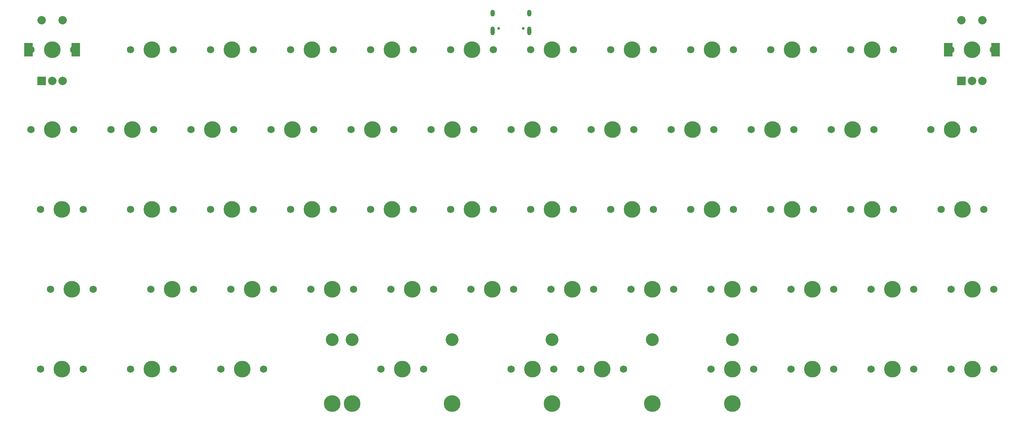
<source format=gbr>
%TF.GenerationSoftware,KiCad,Pcbnew,(6.0.7)*%
%TF.CreationDate,2022-10-09T16:51:21+02:00*%
%TF.ProjectId,the PETER keyboard,74686520-5045-4544-9552-206b6579626f,rev?*%
%TF.SameCoordinates,Original*%
%TF.FileFunction,Soldermask,Top*%
%TF.FilePolarity,Negative*%
%FSLAX46Y46*%
G04 Gerber Fmt 4.6, Leading zero omitted, Abs format (unit mm)*
G04 Created by KiCad (PCBNEW (6.0.7)) date 2022-10-09 16:51:21*
%MOMM*%
%LPD*%
G01*
G04 APERTURE LIST*
%ADD10C,1.750000*%
%ADD11C,3.987800*%
%ADD12C,3.048000*%
%ADD13R,2.000000X2.000000*%
%ADD14C,2.000000*%
%ADD15R,2.000000X3.200000*%
%ADD16C,0.650000*%
%ADD17O,1.000000X1.600000*%
%ADD18O,1.000000X2.100000*%
G04 APERTURE END LIST*
D10*
%TO.C,MX56*%
X210820000Y-132842000D03*
D11*
X215900000Y-132842000D03*
D10*
X220980000Y-132842000D03*
%TD*%
%TO.C,MX51*%
X85217000Y-132842000D03*
X75057000Y-132842000D03*
D11*
X80137000Y-132842000D03*
%TD*%
D10*
%TO.C,MX52*%
X123317000Y-132842000D03*
D11*
X106330750Y-141097000D03*
D12*
X130143250Y-125857000D03*
D11*
X130143250Y-141097000D03*
D12*
X106330750Y-125857000D03*
D10*
X113157000Y-132842000D03*
D11*
X118237000Y-132842000D03*
%TD*%
D10*
%TO.C,MX13*%
X29845000Y-75692000D03*
X40005000Y-75692000D03*
D11*
X34925000Y-75692000D03*
%TD*%
D10*
%TO.C,MX37*%
X44704000Y-113792000D03*
X34544000Y-113792000D03*
D11*
X39624000Y-113792000D03*
%TD*%
D10*
%TO.C,MX19*%
X144145000Y-75692000D03*
D11*
X149225000Y-75692000D03*
D10*
X154305000Y-75692000D03*
%TD*%
%TO.C,MX54*%
X170942000Y-132842000D03*
D11*
X177768250Y-141097000D03*
D10*
X160782000Y-132842000D03*
D12*
X177768250Y-125857000D03*
X153955750Y-125857000D03*
D11*
X165862000Y-132842000D03*
X153955750Y-141097000D03*
%TD*%
D10*
%TO.C,MX7*%
X148844000Y-56642000D03*
D11*
X153924000Y-56642000D03*
D10*
X159004000Y-56642000D03*
%TD*%
D11*
%TO.C,MX46*%
X215900000Y-113792000D03*
D10*
X220980000Y-113792000D03*
X210820000Y-113792000D03*
%TD*%
D13*
%TO.C,SW1*%
X32425000Y-64142000D03*
D14*
X37425000Y-64142000D03*
X34925000Y-64142000D03*
D15*
X29325000Y-56642000D03*
X40525000Y-56642000D03*
D14*
X37425000Y-49642000D03*
X32425000Y-49642000D03*
%TD*%
D10*
%TO.C,MX48*%
X248920000Y-113792000D03*
D11*
X254000000Y-113792000D03*
D10*
X259080000Y-113792000D03*
%TD*%
%TO.C,MX14*%
X48895000Y-75692000D03*
X59055000Y-75692000D03*
D11*
X53975000Y-75692000D03*
%TD*%
%TO.C,MX12*%
X253873000Y-56642000D03*
D10*
X258953000Y-56642000D03*
X248793000Y-56642000D03*
%TD*%
%TO.C,MX30*%
X129794000Y-94742000D03*
X139954000Y-94742000D03*
D11*
X134874000Y-94742000D03*
%TD*%
D10*
%TO.C,MX15*%
X67945000Y-75692000D03*
D11*
X73025000Y-75692000D03*
D10*
X78105000Y-75692000D03*
%TD*%
%TO.C,MX26*%
X63754000Y-94742000D03*
X53594000Y-94742000D03*
D11*
X58674000Y-94742000D03*
%TD*%
D10*
%TO.C,MX11*%
X235204000Y-56642000D03*
X225044000Y-56642000D03*
D11*
X230124000Y-56642000D03*
%TD*%
D10*
%TO.C,MX45*%
X191770000Y-113792000D03*
D11*
X196850000Y-113792000D03*
D10*
X201930000Y-113792000D03*
%TD*%
%TO.C,MX18*%
X125095000Y-75692000D03*
D11*
X130175000Y-75692000D03*
D10*
X135255000Y-75692000D03*
%TD*%
%TO.C,MX32*%
X178054000Y-94742000D03*
X167894000Y-94742000D03*
D11*
X172974000Y-94742000D03*
%TD*%
%TO.C,MX22*%
X206375000Y-75692000D03*
D10*
X201295000Y-75692000D03*
X211455000Y-75692000D03*
%TD*%
D11*
%TO.C,MX35*%
X230124000Y-94742000D03*
D10*
X235204000Y-94742000D03*
X225044000Y-94742000D03*
%TD*%
%TO.C,MX27*%
X72644000Y-94742000D03*
X82804000Y-94742000D03*
D11*
X77724000Y-94742000D03*
%TD*%
D10*
%TO.C,MX43*%
X163830000Y-113792000D03*
D11*
X158750000Y-113792000D03*
D10*
X153670000Y-113792000D03*
%TD*%
%TO.C,MX3*%
X82804000Y-56642000D03*
X72644000Y-56642000D03*
D11*
X77724000Y-56642000D03*
%TD*%
%TO.C,MX33*%
X192024000Y-94742000D03*
D10*
X186944000Y-94742000D03*
X197104000Y-94742000D03*
%TD*%
%TO.C,MX50*%
X63754000Y-132842000D03*
D11*
X58674000Y-132842000D03*
D10*
X53594000Y-132842000D03*
%TD*%
%TO.C,MX47*%
X229870000Y-113792000D03*
D11*
X234950000Y-113792000D03*
D10*
X240030000Y-113792000D03*
%TD*%
%TO.C,MX28*%
X91694000Y-94742000D03*
D11*
X96774000Y-94742000D03*
D10*
X101854000Y-94742000D03*
%TD*%
%TO.C,MX6*%
X129794000Y-56642000D03*
D11*
X134874000Y-56642000D03*
D10*
X139954000Y-56642000D03*
%TD*%
%TO.C,MX49*%
X42291000Y-132842000D03*
D11*
X37211000Y-132842000D03*
D10*
X32131000Y-132842000D03*
%TD*%
%TO.C,MX10*%
X205994000Y-56642000D03*
D11*
X211074000Y-56642000D03*
D10*
X216154000Y-56642000D03*
%TD*%
D11*
%TO.C,MX8*%
X172974000Y-56642000D03*
D10*
X178054000Y-56642000D03*
X167894000Y-56642000D03*
%TD*%
%TO.C,MX9*%
X186944000Y-56642000D03*
D11*
X192024000Y-56642000D03*
D10*
X197104000Y-56642000D03*
%TD*%
D11*
%TO.C,MX42*%
X139700000Y-113792000D03*
D10*
X144780000Y-113792000D03*
X134620000Y-113792000D03*
%TD*%
D11*
%TO.C,MX24*%
X249174000Y-75692000D03*
D10*
X254254000Y-75692000D03*
X244094000Y-75692000D03*
%TD*%
D11*
%TO.C,MX20*%
X168275000Y-75692000D03*
D10*
X173355000Y-75692000D03*
X163195000Y-75692000D03*
%TD*%
%TO.C,MX1*%
X29845000Y-56642000D03*
D11*
X34925000Y-56642000D03*
D10*
X40005000Y-56642000D03*
%TD*%
D11*
%TO.C,MX16*%
X92075000Y-75692000D03*
D10*
X97155000Y-75692000D03*
X86995000Y-75692000D03*
%TD*%
%TO.C,MX38*%
X58420000Y-113792000D03*
D11*
X63500000Y-113792000D03*
D10*
X68580000Y-113792000D03*
%TD*%
D11*
%TO.C,MX31*%
X153924000Y-94742000D03*
D10*
X148844000Y-94742000D03*
X159004000Y-94742000D03*
%TD*%
%TO.C,MX53*%
X144145000Y-132842000D03*
D11*
X149225000Y-132842000D03*
D10*
X154305000Y-132842000D03*
D11*
X101600000Y-141097000D03*
X196850000Y-141097000D03*
D12*
X101600000Y-125857000D03*
X196850000Y-125857000D03*
%TD*%
D10*
%TO.C,MX29*%
X110744000Y-94742000D03*
D11*
X115824000Y-94742000D03*
D10*
X120904000Y-94742000D03*
%TD*%
%TO.C,MX39*%
X77470000Y-113792000D03*
X87630000Y-113792000D03*
D11*
X82550000Y-113792000D03*
%TD*%
D10*
%TO.C,MX55*%
X201930000Y-132842000D03*
X191770000Y-132842000D03*
D11*
X196850000Y-132842000D03*
%TD*%
D10*
%TO.C,MX40*%
X96520000Y-113792000D03*
X106680000Y-113792000D03*
D11*
X101600000Y-113792000D03*
%TD*%
D10*
%TO.C,MX21*%
X182245000Y-75692000D03*
D11*
X187325000Y-75692000D03*
D10*
X192405000Y-75692000D03*
%TD*%
%TO.C,MX5*%
X120904000Y-56642000D03*
X110744000Y-56642000D03*
D11*
X115824000Y-56642000D03*
%TD*%
D10*
%TO.C,MX44*%
X172720000Y-113792000D03*
X182880000Y-113792000D03*
D11*
X177800000Y-113792000D03*
%TD*%
D10*
%TO.C,MX36*%
X256667000Y-94742000D03*
D11*
X251587000Y-94742000D03*
D10*
X246507000Y-94742000D03*
%TD*%
D13*
%TO.C,SW12*%
X251373000Y-64142000D03*
D14*
X256373000Y-64142000D03*
X253873000Y-64142000D03*
D15*
X248273000Y-56642000D03*
X259473000Y-56642000D03*
D14*
X256373000Y-49642000D03*
X251373000Y-49642000D03*
%TD*%
D10*
%TO.C,MX4*%
X91694000Y-56642000D03*
D11*
X96774000Y-56642000D03*
D10*
X101854000Y-56642000D03*
%TD*%
D11*
%TO.C,MX25*%
X37211000Y-94742000D03*
D10*
X32131000Y-94742000D03*
X42291000Y-94742000D03*
%TD*%
D11*
%TO.C,MX17*%
X111125000Y-75692000D03*
D10*
X116205000Y-75692000D03*
X106045000Y-75692000D03*
%TD*%
%TO.C,MX41*%
X115570000Y-113792000D03*
X125730000Y-113792000D03*
D11*
X120650000Y-113792000D03*
%TD*%
D10*
%TO.C,MX34*%
X216154000Y-94742000D03*
X205994000Y-94742000D03*
D11*
X211074000Y-94742000D03*
%TD*%
%TO.C,MX58*%
X254000000Y-132842000D03*
D10*
X248920000Y-132842000D03*
X259080000Y-132842000D03*
%TD*%
%TO.C,MX2*%
X63754000Y-56642000D03*
D11*
X58674000Y-56642000D03*
D10*
X53594000Y-56642000D03*
%TD*%
%TO.C,MX57*%
X240030000Y-132842000D03*
X229870000Y-132842000D03*
D11*
X234950000Y-132842000D03*
%TD*%
D10*
%TO.C,MX23*%
X220345000Y-75692000D03*
D11*
X225425000Y-75692000D03*
D10*
X230505000Y-75692000D03*
%TD*%
D16*
%TO.C,J1*%
X141255000Y-51622000D03*
X147035000Y-51622000D03*
D17*
X148465000Y-47972000D03*
X139825000Y-47972000D03*
D18*
X139825000Y-52152000D03*
X148465000Y-52152000D03*
%TD*%
M02*

</source>
